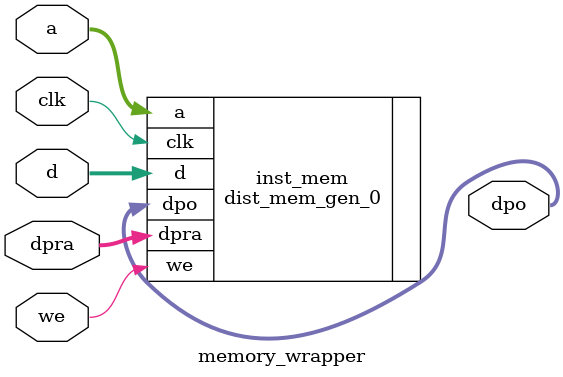
<source format=v>
module memory_wrapper(clk, we, a, d, dpra, dpo);
input [8:0] a, dpra;
input clk, we;
input [31:0] d;
output [31:0] dpo;
dist_mem_gen_0 inst_mem(
    .a(a), 
    .d(d), 
    .dpra(dpra), 
    .clk(clk), 
    .we(we), 
    .dpo(dpo));
endmodule
</source>
